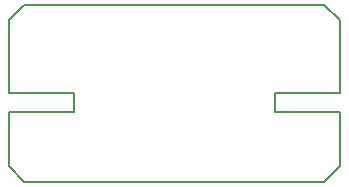
<source format=gko>
G04 Layer_Color=16711935*
%FSTAX24Y24*%
%MOIN*%
G70*
G01*
G75*
%ADD16C,0.0050*%
D16*
X034602Y028405D02*
X036767D01*
X034602Y029035D02*
X036767D01*
Y028405D02*
Y029035D01*
X035113Y031988D02*
X045113D01*
X045625Y031476D01*
Y029035D02*
Y031476D01*
X035113Y026082D02*
X045113D01*
X045625Y026594D01*
Y028405D01*
X034602Y026594D02*
Y028405D01*
Y026594D02*
X035113Y026082D01*
X034602Y029035D02*
Y031476D01*
X035113Y031988D01*
X04346Y028405D02*
Y029035D01*
X045625D01*
X04346Y028405D02*
X045625D01*
M02*

</source>
